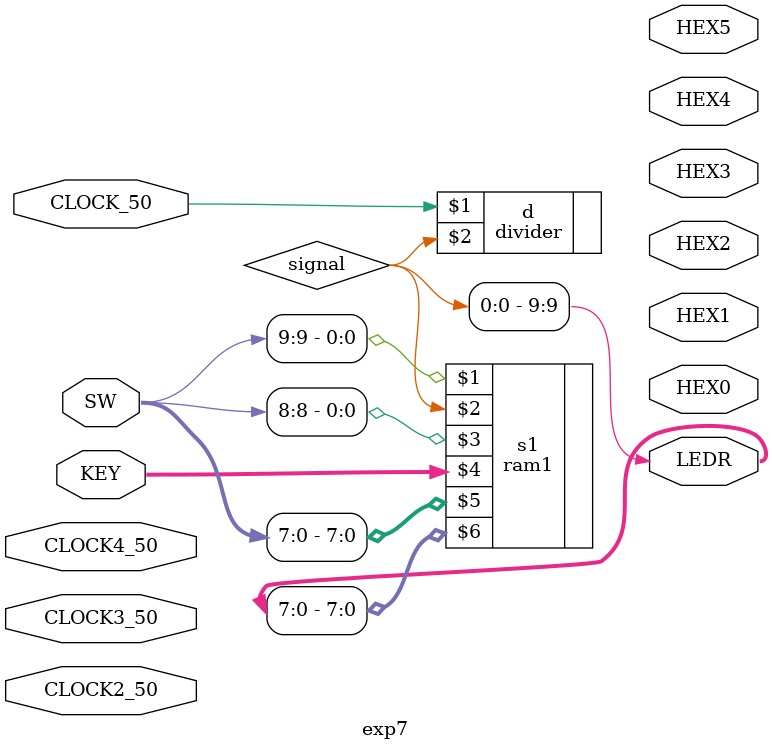
<source format=v>


module exp7(

	//////////// CLOCK //////////
	input 		          		CLOCK2_50,
	input 		          		CLOCK3_50,
	input 		          		CLOCK4_50,
	input 		          		CLOCK_50,

	//////////// KEY //////////
	input 		     [3:0]		KEY,

	//////////// SW //////////
	input 		     [9:0]		SW,

	//////////// LED //////////
	output		     [9:0]		LEDR,

	//////////// Seg7 //////////
	output		     [6:0]		HEX0,
	output		     [6:0]		HEX1,
	output		     [6:0]		HEX2,
	output		     [6:0]		HEX3,
	output		     [6:0]		HEX4,
	output		     [6:0]		HEX5
);



//=======================================================
//  REG/WIRE declarations
//=======================================================
wire signal;
divider#(1) d(CLOCK_50,signal);

assign LEDR[9] = signal;

ram1 s1(SW[9],signal,SW[8],KEY[3:0],SW[7:0],LEDR[7:0]);

//ram2 s2(SW[9],signal,SW[8],KEY[3:0],SW[7:0],LEDR[7:0]);

//=======================================================
//  Structural coding
//=======================================================



endmodule

</source>
